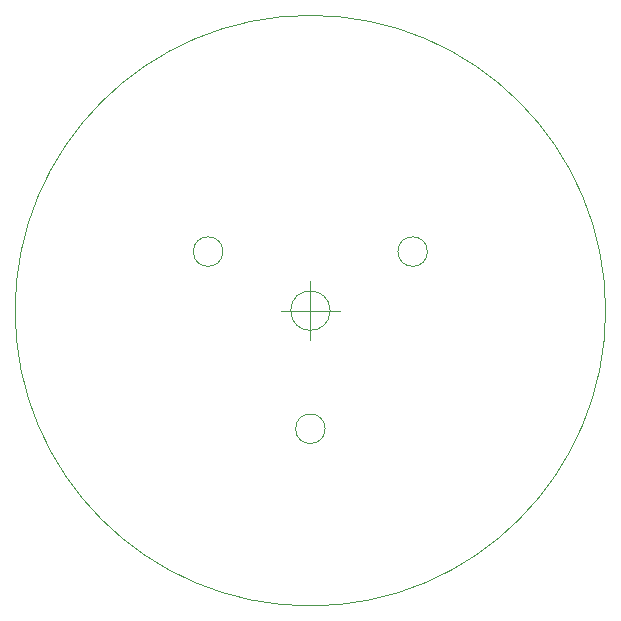
<source format=gbr>
%TF.GenerationSoftware,KiCad,Pcbnew,(5.1.10)-1*%
%TF.CreationDate,2021-07-18T17:44:11+03:00*%
%TF.ProjectId,Flow,466c6f77-2e6b-4696-9361-645f70636258,rev?*%
%TF.SameCoordinates,Original*%
%TF.FileFunction,Paste,Bot*%
%TF.FilePolarity,Positive*%
%FSLAX46Y46*%
G04 Gerber Fmt 4.6, Leading zero omitted, Abs format (unit mm)*
G04 Created by KiCad (PCBNEW (5.1.10)-1) date 2021-07-18 17:44:11*
%MOMM*%
%LPD*%
G01*
G04 APERTURE LIST*
%TA.AperFunction,Profile*%
%ADD10C,0.050000*%
%TD*%
G04 APERTURE END LIST*
D10*
X-7410254Y5000000D02*
G75*
G03*
X-7410254Y5000000I-1250000J0D01*
G01*
X9910254Y5000000D02*
G75*
G03*
X9910254Y5000000I-1250000J0D01*
G01*
X1250000Y-10000000D02*
G75*
G03*
X1250000Y-10000000I-1250000J0D01*
G01*
X1666666Y0D02*
G75*
G03*
X1666666Y0I-1666666J0D01*
G01*
X-2500000Y0D02*
X2500000Y0D01*
X0Y2500000D02*
X0Y-2500000D01*
X25000000Y0D02*
G75*
G03*
X25000000Y0I-25000000J0D01*
G01*
M02*

</source>
